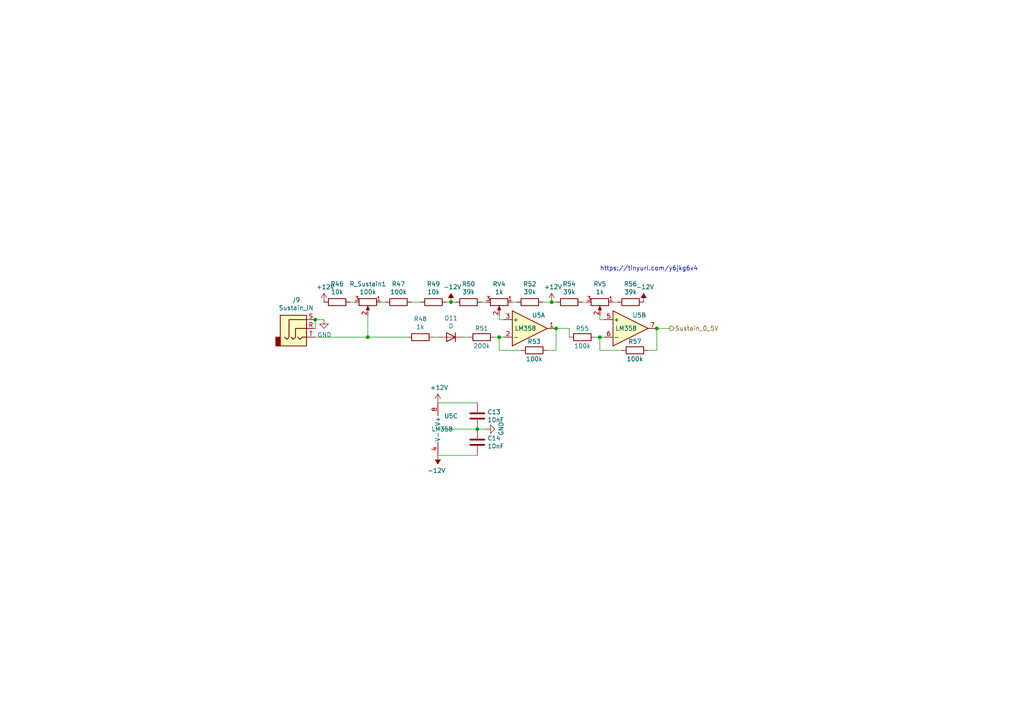
<source format=kicad_sch>
(kicad_sch (version 20211123) (generator eeschema)
  (paper "A4")
  (lib_symbols
    (symbol "Amplifier_Operational:LM358" (pin_names (offset 0.127))
      (property "Reference" "U" (at 0 5.08 0))
      (property "Value" "LM358" (at 0 -5.08 0))
      (symbol "LM358_1_1"
        (polyline (pts (xy -5.08 5.08) (xy 5.08 0) (xy -5.08 -5.08) (xy -5.08 5.08)) (stroke (width 0.254)) (fill (type background)))
        (pin output line (at 7.62 0 180) (length 2.54) (name "~") (number "1"))
        (pin input line (at -7.62 -2.54 0) (length 2.54) (name "-") (number "2"))
        (pin input line (at -7.62 2.54 0) (length 2.54) (name "+") (number "3"))
      )
      (symbol "LM358_2_1"
        (polyline (pts (xy -5.08 5.08) (xy 5.08 0) (xy -5.08 -5.08) (xy -5.08 5.08)) (stroke (width 0.254)) (fill (type background)))
        (pin input line (at -7.62 2.54 0) (length 2.54) (name "+") (number "5"))
        (pin input line (at -7.62 -2.54 0) (length 2.54) (name "-") (number "6"))
        (pin output line (at 7.62 0 180) (length 2.54) (name "~") (number "7"))
      )
      (symbol "LM358_3_1"
        (pin power_in line (at -2.54 -7.62 90) (length 3.81) (name "V-") (number "4"))
        (pin power_in line (at -2.54 7.62 270) (length 3.81) (name "V+") (number "8"))
      )
    )
    (symbol "Connector:AudioJack3"
      (property "Reference" "J" (at 0 8.89 0))
      (property "Value" "AudioJack3" (at 0 6.35 0))
      (symbol "AudioJack3_0_1"
        (rectangle (start -5.08 -5.08) (end -6.35 -2.54) (stroke (width 0.254)) (fill (type outline)))
        (polyline (pts (xy 0 -2.54) (xy 0.635 -3.175) (xy 1.27 -2.54) (xy 2.54 -2.54)) (stroke (width 0.254)))
        (polyline (pts (xy -1.905 -2.54) (xy -1.27 -3.175) (xy -0.635 -2.54) (xy -0.635 0) (xy 2.54 0)) (stroke (width 0.254)))
        (polyline (pts (xy 2.54 2.54) (xy -2.54 2.54) (xy -2.54 -2.54) (xy -3.175 -3.175) (xy -3.81 -2.54)) (stroke (width 0.254)))
        (rectangle (start 2.54 3.81) (end -5.08 -5.08) (stroke (width 0.254)) (fill (type background)))
      )
      (symbol "AudioJack3_1_1"
        (pin passive line (at 5.08 0 180) (length 2.54) (name "~") (number "R"))
        (pin passive line (at 5.08 2.54 180) (length 2.54) (name "~") (number "S"))
        (pin passive line (at 5.08 -2.54 180) (length 2.54) (name "~") (number "T"))
      )
    )
    (symbol "Device:C" (pin_numbers hide) (pin_names (offset 0.254))
      (property "Reference" "C" (at 0.635 2.54 0))
      (property "Value" "C" (at 0.635 -2.54 0))
      (symbol "C_0_1"
        (polyline (pts (xy -2.032 -0.762) (xy 2.032 -0.762)) (stroke (width 0.508)))
        (polyline (pts (xy -2.032 0.762) (xy 2.032 0.762)) (stroke (width 0.508)))
      )
      (symbol "C_1_1"
        (pin passive line (at 0 3.81 270) (length 2.794) (name "~") (number "1"))
        (pin passive line (at 0 -3.81 90) (length 2.794) (name "~") (number "2"))
      )
    )
    (symbol "Device:D" (pin_numbers hide) (pin_names (offset 1.016) hide)
      (property "Reference" "D" (at 0 2.54 0))
      (property "Value" "D" (at 0 -2.54 0))
      (symbol "D_0_1"
        (polyline (pts (xy -1.27 1.27) (xy -1.27 -1.27)) (stroke (width 0.254)))
        (polyline (pts (xy 1.27 0) (xy -1.27 0)))
        (polyline (pts (xy 1.27 1.27) (xy 1.27 -1.27) (xy -1.27 0) (xy 1.27 1.27)) (stroke (width 0.254)))
      )
      (symbol "D_1_1"
        (pin passive line (at -3.81 0 0) (length 2.54) (name "K") (number "1"))
        (pin passive line (at 3.81 0 180) (length 2.54) (name "A") (number "2"))
      )
    )
    (symbol "Device:R" (pin_numbers hide) (pin_names (offset 0))
      (property "Reference" "R" (at 2.032 0 90))
      (property "Value" "R" (at 0 0 90))
      (symbol "R_0_1"
        (rectangle (start -1.016 -2.54) (end 1.016 2.54) (stroke (width 0.254)))
      )
      (symbol "R_1_1"
        (pin passive line (at 0 3.81 270) (length 1.27) (name "~") (number "1"))
        (pin passive line (at 0 -3.81 90) (length 1.27) (name "~") (number "2"))
      )
    )
    (symbol "Device:R_Potentiometer" (pin_names (offset 1.016) hide)
      (property "Reference" "RV" (at -4.445 0 90))
      (property "Value" "R_Potentiometer" (at -2.54 0 90))
      (symbol "R_Potentiometer_0_1"
        (polyline (pts (xy 2.54 0) (xy 1.524 0)))
        (polyline (pts (xy 1.143 0) (xy 2.286 0.508) (xy 2.286 -0.508) (xy 1.143 0)) (fill (type outline)))
        (rectangle (start 1.016 2.54) (end -1.016 -2.54) (stroke (width 0.254)))
      )
      (symbol "R_Potentiometer_1_1"
        (pin passive line (at 0 3.81 270) (length 1.27) (name "1") (number "1"))
        (pin passive line (at 3.81 0 180) (length 1.27) (name "2") (number "2"))
        (pin passive line (at 0 -3.81 90) (length 1.27) (name "3") (number "3"))
      )
    )
    (symbol "power:+12V" (power) (pin_names (offset 0))
      (property "Value" "+12V" (at 0 3.556 0))
      (symbol "+12V_0_1"
        (polyline (pts (xy -0.762 1.27) (xy 0 2.54)))
        (polyline (pts (xy 0 0) (xy 0 2.54)))
        (polyline (pts (xy 0 2.54) (xy 0.762 1.27)))
      )
      (symbol "+12V_1_1"
        (pin power_in line (at 0 0 90) (length 0) hide (name "+12V") (number "1"))
      )
    )
    (symbol "power:-12V" (power) (pin_names (offset 0))
      (property "Value" "-12V" (at 0 3.81 0))
      (symbol "-12V_0_0"
        (pin power_in line (at 0 0 90) (length 0) hide (name "-12V") (number "1"))
      )
      (symbol "-12V_0_1"
        (polyline (pts (xy 0 0) (xy 0 1.27) (xy 0.762 1.27) (xy 0 2.54) (xy -0.762 1.27) (xy 0 1.27)) (fill (type outline)))
      )
    )
    (symbol "power:GND" (power) (pin_names (offset 0))
      (property "Value" "GND" (at 0 -3.81 0))
      (symbol "GND_0_1"
        (polyline (pts (xy 0 0) (xy 0 -1.27) (xy 1.27 -1.27) (xy 0 -2.54) (xy -1.27 -1.27) (xy 0 -1.27)))
      )
      (symbol "GND_1_1"
        (pin power_in line (at 0 0 270) (length 0) hide (name "GND") (number "1"))
      )
    )
  )
  (junction (at 106.68 97.79))
  (junction (at 138.43 124.46))
  (junction (at 144.78 97.79))
  (junction (at 161.29 95.25))
  (junction (at 160.02 87.63))
  (junction (at 130.81 87.63))
  (junction (at 173.99 97.79))
  (junction (at 91.44 92.71))
  (junction (at 190.5 95.25))
  (wire (pts (xy 130.81 87.63) (xy 129.54 87.63)))
  (wire (pts (xy 144.78 91.44) (xy 144.78 92.71)))
  (wire (pts (xy 190.5 95.25) (xy 194.31 95.25)))
  (wire (pts (xy 110.49 87.63) (xy 111.76 87.63)))
  (wire (pts (xy 173.99 91.44) (xy 173.99 92.71)))
  (wire (pts (xy 173.99 97.79) (xy 175.26 97.79)))
  (wire (pts (xy 91.44 97.79) (xy 106.68 97.79)))
  (wire (pts (xy 172.72 97.79) (xy 173.99 97.79)))
  (wire (pts (xy 161.29 95.25) (xy 161.29 101.6)))
  (wire (pts (xy 168.91 87.63) (xy 170.18 87.63)))
  (wire (pts (xy 125.73 97.79) (xy 127 97.79)))
  (wire (pts (xy 101.6 87.63) (xy 102.87 87.63)))
  (wire (pts (xy 132.08 87.63) (xy 130.81 87.63)))
  (wire (pts (xy 165.1 95.25) (xy 165.1 97.79)))
  (wire (pts (xy 127 132.08) (xy 138.43 132.08)))
  (wire (pts (xy 148.59 87.63) (xy 149.86 87.63)))
  (wire (pts (xy 190.5 95.25) (xy 190.5 101.6)))
  (wire (pts (xy 106.68 91.44) (xy 106.68 97.79)))
  (wire (pts (xy 173.99 101.6) (xy 173.99 97.79)))
  (wire (pts (xy 161.29 95.25) (xy 165.1 95.25)))
  (wire (pts (xy 127 124.46) (xy 138.43 124.46)))
  (wire (pts (xy 127 116.84) (xy 138.43 116.84)))
  (wire (pts (xy 93.98 92.71) (xy 91.44 92.71)))
  (wire (pts (xy 138.43 124.46) (xy 140.97 124.46)))
  (wire (pts (xy 91.44 95.25) (xy 91.44 92.71)))
  (wire (pts (xy 190.5 101.6) (xy 187.96 101.6)))
  (wire (pts (xy 161.29 101.6) (xy 158.75 101.6)))
  (wire (pts (xy 143.51 97.79) (xy 144.78 97.79)))
  (wire (pts (xy 180.34 101.6) (xy 173.99 101.6)))
  (wire (pts (xy 144.78 101.6) (xy 144.78 97.79)))
  (wire (pts (xy 161.29 87.63) (xy 160.02 87.63)))
  (wire (pts (xy 144.78 92.71) (xy 146.05 92.71)))
  (wire (pts (xy 160.02 87.63) (xy 157.48 87.63)))
  (wire (pts (xy 106.68 97.79) (xy 118.11 97.79)))
  (wire (pts (xy 173.99 92.71) (xy 175.26 92.71)))
  (wire (pts (xy 151.13 101.6) (xy 144.78 101.6)))
  (wire (pts (xy 177.8 87.63) (xy 179.07 87.63)))
  (wire (pts (xy 144.78 97.79) (xy 146.05 97.79)))
  (wire (pts (xy 139.7 87.63) (xy 140.97 87.63)))
  (wire (pts (xy 134.62 97.79) (xy 135.89 97.79)))
  (wire (pts (xy 119.38 87.63) (xy 121.92 87.63)))
  (text "https://tinyurl.com/y6jkg6v4" (at 173.99 78.74 0) (effects (font (size 1.27 1.27)) (justify left bottom)))
  (hierarchical_label "Sustain_0_5V" (shape output) (at 194.31 95.25 0))
  (symbol (lib_id "Connector:AudioJack3") (at 86.36 95.25 0) (unit 1)
    (property "Reference" "J9" (at 85.9028 86.995 0))
    (property "Value" "Sustain_IN" (at 85.9028 89.3064 0))
    (property "Footprint" "My Stuff:Jack_2.5mm_MJ-355W_Vertical" (effects hide))
  )
  (symbol (lib_id "Amplifier_Operational:LM358") (at 153.67 95.25 0) (unit 1)
    (property "Reference" "U5" (at 156.21 91.44 0))
    (property "Value" "LM358" (at 152.4 95.25 0))
    (property "Footprint" "Package_DIP:DIP-8_W7.62mm" (effects hide))
    (property "Datasheet" "http://www.ti.com/lit/ds/symlink/lm2904-n.pdf" (effects hide))
  )
  (symbol (lib_id "Device:R") (at 139.7 97.79 270) (unit 1)
    (property "Reference" "R51" (at 139.7 95.25 90))
    (property "Value" "200k" (at 139.7 100.33 90))
    (property "Footprint" "Resistor_SMD:R_1206_3216Metric_Pad1.30x1.75mm_HandSolder" (effects hide))
  )
  (symbol (lib_id "Device:R") (at 154.94 101.6 270) (unit 1)
    (property "Reference" "R53" (at 154.94 99.06 90))
    (property "Value" "100k" (at 154.94 104.14 90))
    (property "Footprint" "Resistor_SMD:R_1206_3216Metric_Pad1.30x1.75mm_HandSolder" (effects hide))
  )
  (symbol (lib_id "power:GND") (at 93.98 92.71 0) (unit 1)
    (property "Reference" "#PWR049" (effects hide))
    (property "Value" "GND" (at 94.107 97.1042 0))
  )
  (symbol (lib_id "Device:D") (at 130.81 97.79 180) (unit 1)
    (property "Reference" "D11" (at 130.81 92.2782 0))
    (property "Value" "D" (at 130.81 94.5896 0))
    (property "Footprint" "Diode_THT:D_A-405_P7.62mm_Horizontal" (effects hide))
  )
  (symbol (lib_id "Device:R") (at 121.92 97.79 90) (unit 1)
    (property "Reference" "R48" (at 121.92 92.5322 90))
    (property "Value" "1k" (at 121.92 94.8436 90))
    (property "Footprint" "Resistor_SMD:R_1206_3216Metric_Pad1.30x1.75mm_HandSolder" (effects hide))
  )
  (symbol (lib_id "Device:R") (at 97.79 87.63 90) (unit 1)
    (property "Reference" "R46" (at 97.79 82.3722 90))
    (property "Value" "10k" (at 97.79 84.6836 90))
    (property "Footprint" "Resistor_SMD:R_1206_3216Metric_Pad1.30x1.75mm_HandSolder" (effects hide))
  )
  (symbol (lib_id "Device:R") (at 125.73 87.63 90) (unit 1)
    (property "Reference" "R49" (at 125.73 82.3722 90))
    (property "Value" "10k" (at 125.73 84.6836 90))
    (property "Footprint" "Resistor_SMD:R_1206_3216Metric_Pad1.30x1.75mm_HandSolder" (effects hide))
  )
  (symbol (lib_id "Device:R_Potentiometer") (at 106.68 87.63 270) (unit 1)
    (property "Reference" "R_Sustain1" (at 106.68 82.3722 90))
    (property "Value" "100k" (at 106.68 84.6836 90))
    (property "Footprint" "My Stuff:Potentiometer_Alpha_RD901F-40-00D_Single_Vertical_w_3d" (effects hide))
  )
  (symbol (lib_id "Device:R") (at 135.89 87.63 90) (unit 1)
    (property "Reference" "R50" (at 135.89 82.3722 90))
    (property "Value" "39k" (at 135.89 84.6836 90))
    (property "Footprint" "Resistor_SMD:R_1206_3216Metric_Pad1.30x1.75mm_HandSolder" (effects hide))
  )
  (symbol (lib_id "Device:R") (at 153.67 87.63 90) (unit 1)
    (property "Reference" "R52" (at 153.67 82.3722 90))
    (property "Value" "39k" (at 153.67 84.6836 90))
    (property "Footprint" "Resistor_SMD:R_1206_3216Metric_Pad1.30x1.75mm_HandSolder" (effects hide))
  )
  (symbol (lib_id "Device:R_Potentiometer") (at 144.78 87.63 270) (unit 1)
    (property "Reference" "RV4" (at 144.78 82.3722 90))
    (property "Value" "1k" (at 144.78 84.6836 90))
    (property "Footprint" "Potentiometer_THT:Potentiometer_Bourns_3296W_Vertical" (effects hide))
  )
  (symbol (lib_id "power:+12V") (at 93.98 87.63 0) (unit 1)
    (property "Reference" "#PWR048" (effects hide))
    (property "Value" "+12V" (at 94.361 83.2358 0))
  )
  (symbol (lib_id "power:+12V") (at 160.02 87.63 0) (unit 1)
    (property "Reference" "#PWR054" (effects hide))
    (property "Value" "+12V" (at 160.401 83.2358 0))
  )
  (symbol (lib_id "power:-12V") (at 130.81 87.63 0) (unit 1)
    (property "Reference" "#PWR052" (effects hide))
    (property "Value" "-12V" (at 131.191 83.2358 0))
  )
  (symbol (lib_id "Device:R") (at 115.57 87.63 90) (unit 1)
    (property "Reference" "R47" (at 115.57 82.3722 90))
    (property "Value" "100k" (at 115.57 84.6836 90))
    (property "Footprint" "Resistor_SMD:R_1206_3216Metric_Pad1.30x1.75mm_HandSolder" (effects hide))
  )
  (symbol (lib_id "Amplifier_Operational:LM358") (at 182.88 95.25 0) (unit 2)
    (property "Reference" "U5" (at 185.42 91.44 0))
    (property "Value" "LM358" (at 181.61 95.25 0))
    (property "Footprint" "Package_DIP:DIP-8_W7.62mm" (effects hide))
    (property "Datasheet" "http://www.ti.com/lit/ds/symlink/lm2904-n.pdf" (effects hide))
  )
  (symbol (lib_id "Device:R") (at 168.91 97.79 270) (unit 1)
    (property "Reference" "R55" (at 168.91 95.25 90))
    (property "Value" "100k" (at 168.91 100.33 90))
    (property "Footprint" "Resistor_SMD:R_1206_3216Metric_Pad1.30x1.75mm_HandSolder" (effects hide))
  )
  (symbol (lib_id "Device:R") (at 184.15 101.6 270) (unit 1)
    (property "Reference" "R57" (at 184.15 99.06 90))
    (property "Value" "100k" (at 184.15 104.14 90))
    (property "Footprint" "Resistor_SMD:R_1206_3216Metric_Pad1.30x1.75mm_HandSolder" (effects hide))
  )
  (symbol (lib_id "Device:R") (at 165.1 87.63 90) (unit 1)
    (property "Reference" "R54" (at 165.1 82.3722 90))
    (property "Value" "39k" (at 165.1 84.6836 90))
    (property "Footprint" "Resistor_SMD:R_1206_3216Metric_Pad1.30x1.75mm_HandSolder" (effects hide))
  )
  (symbol (lib_id "Device:R") (at 182.88 87.63 90) (unit 1)
    (property "Reference" "R56" (at 182.88 82.3722 90))
    (property "Value" "39k" (at 182.88 84.6836 90))
    (property "Footprint" "Resistor_SMD:R_1206_3216Metric_Pad1.30x1.75mm_HandSolder" (effects hide))
  )
  (symbol (lib_id "Device:R_Potentiometer") (at 173.99 87.63 270) (unit 1)
    (property "Reference" "RV5" (at 173.99 82.3722 90))
    (property "Value" "1k" (at 173.99 84.6836 90))
    (property "Footprint" "Potentiometer_THT:Potentiometer_Bourns_3296W_Vertical" (effects hide))
  )
  (symbol (lib_id "power:-12V") (at 186.69 87.63 0) (unit 1)
    (property "Reference" "#PWR055" (effects hide))
    (property "Value" "-12V" (at 187.071 83.2358 0))
  )
  (symbol (lib_id "Device:C") (at 138.43 120.65 180) (unit 1)
    (property "Reference" "C13" (at 141.351 119.4816 0) (effects (justify right)))
    (property "Value" "10nF" (at 141.351 121.793 0) (effects (justify right)))
    (property "Footprint" "Capacitor_THT:C_Disc_D5.1mm_W3.2mm_P5.00mm" (effects hide))
  )
  (symbol (lib_id "power:GND") (at 140.97 124.46 90) (unit 1)
    (property "Reference" "#PWR053" (effects hide))
    (property "Value" "GND" (at 145.3642 124.333 0))
  )
  (symbol (lib_id "Device:C") (at 138.43 128.27 180) (unit 1)
    (property "Reference" "C14" (at 141.351 127.1016 0) (effects (justify right)))
    (property "Value" "10nF" (at 141.351 129.413 0) (effects (justify right)))
    (property "Footprint" "Capacitor_THT:C_Disc_D5.1mm_W3.2mm_P5.00mm" (effects hide))
  )
  (symbol (lib_id "power:+12V") (at 127 116.84 0) (unit 1)
    (property "Reference" "#PWR050" (effects hide))
    (property "Value" "+12V" (at 127.381 112.4458 0))
  )
  (symbol (lib_id "power:-12V") (at 127 132.08 180) (unit 1)
    (property "Reference" "#PWR051" (effects hide))
    (property "Value" "-12V" (at 126.619 136.4742 0))
  )
  (symbol (lib_id "Amplifier_Operational:LM358") (at 129.54 124.46 0) (unit 3)
    (property "Reference" "U5" (at 130.81 120.65 0))
    (property "Value" "LM358" (at 128.27 124.46 0))
    (property "Footprint" "Package_DIP:DIP-8_W7.62mm" (effects hide))
    (property "Datasheet" "http://www.ti.com/lit/ds/symlink/lm2904-n.pdf" (effects hide))
  )
)
</source>
